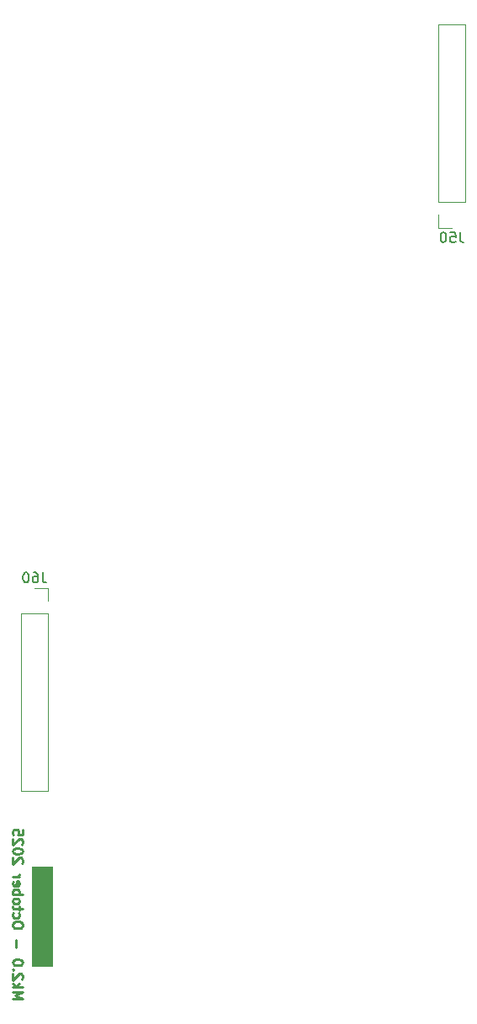
<source format=gbo>
%TF.GenerationSoftware,KiCad,Pcbnew,9.0.4*%
%TF.CreationDate,2025-10-04T20:57:18+02:00*%
%TF.ProjectId,DMH_Dual_VCA_Mk2_PCB_2,444d485f-4475-4616-9c5f-5643415f4d6b,1*%
%TF.SameCoordinates,Original*%
%TF.FileFunction,Legend,Bot*%
%TF.FilePolarity,Positive*%
%FSLAX46Y46*%
G04 Gerber Fmt 4.6, Leading zero omitted, Abs format (unit mm)*
G04 Created by KiCad (PCBNEW 9.0.4) date 2025-10-04 20:57:18*
%MOMM*%
%LPD*%
G01*
G04 APERTURE LIST*
%ADD10C,0.100000*%
%ADD11C,0.250000*%
%ADD12C,0.150000*%
%ADD13C,0.120000*%
%ADD14O,2.720000X3.240000*%
%ADD15R,1.800000X1.800000*%
%ADD16C,1.800000*%
%ADD17C,1.600000*%
%ADD18O,1.600000X1.600000*%
%ADD19O,4.000000X4.200000*%
%ADD20R,1.700000X1.700000*%
%ADD21O,1.700000X1.700000*%
G04 APERTURE END LIST*
D10*
X53750000Y-149250000D02*
X55750000Y-149250000D01*
X55750000Y-159250000D01*
X53750000Y-159250000D01*
X53750000Y-149250000D01*
G36*
X53750000Y-149250000D02*
G01*
X55750000Y-149250000D01*
X55750000Y-159250000D01*
X53750000Y-159250000D01*
X53750000Y-149250000D01*
G37*
D11*
X51800380Y-162476190D02*
X52800380Y-162476190D01*
X52800380Y-162476190D02*
X52086095Y-162142857D01*
X52086095Y-162142857D02*
X52800380Y-161809524D01*
X52800380Y-161809524D02*
X51800380Y-161809524D01*
X51800380Y-161333333D02*
X52800380Y-161333333D01*
X52181333Y-161238095D02*
X51800380Y-160952381D01*
X52467047Y-160952381D02*
X52086095Y-161333333D01*
X52705142Y-160571428D02*
X52752761Y-160523809D01*
X52752761Y-160523809D02*
X52800380Y-160428571D01*
X52800380Y-160428571D02*
X52800380Y-160190476D01*
X52800380Y-160190476D02*
X52752761Y-160095238D01*
X52752761Y-160095238D02*
X52705142Y-160047619D01*
X52705142Y-160047619D02*
X52609904Y-160000000D01*
X52609904Y-160000000D02*
X52514666Y-160000000D01*
X52514666Y-160000000D02*
X52371809Y-160047619D01*
X52371809Y-160047619D02*
X51800380Y-160619047D01*
X51800380Y-160619047D02*
X51800380Y-160000000D01*
X51895619Y-159571428D02*
X51848000Y-159523809D01*
X51848000Y-159523809D02*
X51800380Y-159571428D01*
X51800380Y-159571428D02*
X51848000Y-159619047D01*
X51848000Y-159619047D02*
X51895619Y-159571428D01*
X51895619Y-159571428D02*
X51800380Y-159571428D01*
X52800380Y-158904762D02*
X52800380Y-158809524D01*
X52800380Y-158809524D02*
X52752761Y-158714286D01*
X52752761Y-158714286D02*
X52705142Y-158666667D01*
X52705142Y-158666667D02*
X52609904Y-158619048D01*
X52609904Y-158619048D02*
X52419428Y-158571429D01*
X52419428Y-158571429D02*
X52181333Y-158571429D01*
X52181333Y-158571429D02*
X51990857Y-158619048D01*
X51990857Y-158619048D02*
X51895619Y-158666667D01*
X51895619Y-158666667D02*
X51848000Y-158714286D01*
X51848000Y-158714286D02*
X51800380Y-158809524D01*
X51800380Y-158809524D02*
X51800380Y-158904762D01*
X51800380Y-158904762D02*
X51848000Y-159000000D01*
X51848000Y-159000000D02*
X51895619Y-159047619D01*
X51895619Y-159047619D02*
X51990857Y-159095238D01*
X51990857Y-159095238D02*
X52181333Y-159142857D01*
X52181333Y-159142857D02*
X52419428Y-159142857D01*
X52419428Y-159142857D02*
X52609904Y-159095238D01*
X52609904Y-159095238D02*
X52705142Y-159047619D01*
X52705142Y-159047619D02*
X52752761Y-159000000D01*
X52752761Y-159000000D02*
X52800380Y-158904762D01*
X52181333Y-157380952D02*
X52181333Y-156619048D01*
X52800380Y-155190476D02*
X52800380Y-155000000D01*
X52800380Y-155000000D02*
X52752761Y-154904762D01*
X52752761Y-154904762D02*
X52657523Y-154809524D01*
X52657523Y-154809524D02*
X52467047Y-154761905D01*
X52467047Y-154761905D02*
X52133714Y-154761905D01*
X52133714Y-154761905D02*
X51943238Y-154809524D01*
X51943238Y-154809524D02*
X51848000Y-154904762D01*
X51848000Y-154904762D02*
X51800380Y-155000000D01*
X51800380Y-155000000D02*
X51800380Y-155190476D01*
X51800380Y-155190476D02*
X51848000Y-155285714D01*
X51848000Y-155285714D02*
X51943238Y-155380952D01*
X51943238Y-155380952D02*
X52133714Y-155428571D01*
X52133714Y-155428571D02*
X52467047Y-155428571D01*
X52467047Y-155428571D02*
X52657523Y-155380952D01*
X52657523Y-155380952D02*
X52752761Y-155285714D01*
X52752761Y-155285714D02*
X52800380Y-155190476D01*
X51848000Y-153904762D02*
X51800380Y-154000000D01*
X51800380Y-154000000D02*
X51800380Y-154190476D01*
X51800380Y-154190476D02*
X51848000Y-154285714D01*
X51848000Y-154285714D02*
X51895619Y-154333333D01*
X51895619Y-154333333D02*
X51990857Y-154380952D01*
X51990857Y-154380952D02*
X52276571Y-154380952D01*
X52276571Y-154380952D02*
X52371809Y-154333333D01*
X52371809Y-154333333D02*
X52419428Y-154285714D01*
X52419428Y-154285714D02*
X52467047Y-154190476D01*
X52467047Y-154190476D02*
X52467047Y-154000000D01*
X52467047Y-154000000D02*
X52419428Y-153904762D01*
X52467047Y-153619047D02*
X52467047Y-153238095D01*
X52800380Y-153476190D02*
X51943238Y-153476190D01*
X51943238Y-153476190D02*
X51848000Y-153428571D01*
X51848000Y-153428571D02*
X51800380Y-153333333D01*
X51800380Y-153333333D02*
X51800380Y-153238095D01*
X51800380Y-152761904D02*
X51848000Y-152857142D01*
X51848000Y-152857142D02*
X51895619Y-152904761D01*
X51895619Y-152904761D02*
X51990857Y-152952380D01*
X51990857Y-152952380D02*
X52276571Y-152952380D01*
X52276571Y-152952380D02*
X52371809Y-152904761D01*
X52371809Y-152904761D02*
X52419428Y-152857142D01*
X52419428Y-152857142D02*
X52467047Y-152761904D01*
X52467047Y-152761904D02*
X52467047Y-152619047D01*
X52467047Y-152619047D02*
X52419428Y-152523809D01*
X52419428Y-152523809D02*
X52371809Y-152476190D01*
X52371809Y-152476190D02*
X52276571Y-152428571D01*
X52276571Y-152428571D02*
X51990857Y-152428571D01*
X51990857Y-152428571D02*
X51895619Y-152476190D01*
X51895619Y-152476190D02*
X51848000Y-152523809D01*
X51848000Y-152523809D02*
X51800380Y-152619047D01*
X51800380Y-152619047D02*
X51800380Y-152761904D01*
X51800380Y-151999999D02*
X52800380Y-151999999D01*
X52419428Y-151999999D02*
X52467047Y-151904761D01*
X52467047Y-151904761D02*
X52467047Y-151714285D01*
X52467047Y-151714285D02*
X52419428Y-151619047D01*
X52419428Y-151619047D02*
X52371809Y-151571428D01*
X52371809Y-151571428D02*
X52276571Y-151523809D01*
X52276571Y-151523809D02*
X51990857Y-151523809D01*
X51990857Y-151523809D02*
X51895619Y-151571428D01*
X51895619Y-151571428D02*
X51848000Y-151619047D01*
X51848000Y-151619047D02*
X51800380Y-151714285D01*
X51800380Y-151714285D02*
X51800380Y-151904761D01*
X51800380Y-151904761D02*
X51848000Y-151999999D01*
X51848000Y-150714285D02*
X51800380Y-150809523D01*
X51800380Y-150809523D02*
X51800380Y-150999999D01*
X51800380Y-150999999D02*
X51848000Y-151095237D01*
X51848000Y-151095237D02*
X51943238Y-151142856D01*
X51943238Y-151142856D02*
X52324190Y-151142856D01*
X52324190Y-151142856D02*
X52419428Y-151095237D01*
X52419428Y-151095237D02*
X52467047Y-150999999D01*
X52467047Y-150999999D02*
X52467047Y-150809523D01*
X52467047Y-150809523D02*
X52419428Y-150714285D01*
X52419428Y-150714285D02*
X52324190Y-150666666D01*
X52324190Y-150666666D02*
X52228952Y-150666666D01*
X52228952Y-150666666D02*
X52133714Y-151142856D01*
X51800380Y-150238094D02*
X52467047Y-150238094D01*
X52276571Y-150238094D02*
X52371809Y-150190475D01*
X52371809Y-150190475D02*
X52419428Y-150142856D01*
X52419428Y-150142856D02*
X52467047Y-150047618D01*
X52467047Y-150047618D02*
X52467047Y-149952380D01*
X52705142Y-148904760D02*
X52752761Y-148857141D01*
X52752761Y-148857141D02*
X52800380Y-148761903D01*
X52800380Y-148761903D02*
X52800380Y-148523808D01*
X52800380Y-148523808D02*
X52752761Y-148428570D01*
X52752761Y-148428570D02*
X52705142Y-148380951D01*
X52705142Y-148380951D02*
X52609904Y-148333332D01*
X52609904Y-148333332D02*
X52514666Y-148333332D01*
X52514666Y-148333332D02*
X52371809Y-148380951D01*
X52371809Y-148380951D02*
X51800380Y-148952379D01*
X51800380Y-148952379D02*
X51800380Y-148333332D01*
X52800380Y-147714284D02*
X52800380Y-147619046D01*
X52800380Y-147619046D02*
X52752761Y-147523808D01*
X52752761Y-147523808D02*
X52705142Y-147476189D01*
X52705142Y-147476189D02*
X52609904Y-147428570D01*
X52609904Y-147428570D02*
X52419428Y-147380951D01*
X52419428Y-147380951D02*
X52181333Y-147380951D01*
X52181333Y-147380951D02*
X51990857Y-147428570D01*
X51990857Y-147428570D02*
X51895619Y-147476189D01*
X51895619Y-147476189D02*
X51848000Y-147523808D01*
X51848000Y-147523808D02*
X51800380Y-147619046D01*
X51800380Y-147619046D02*
X51800380Y-147714284D01*
X51800380Y-147714284D02*
X51848000Y-147809522D01*
X51848000Y-147809522D02*
X51895619Y-147857141D01*
X51895619Y-147857141D02*
X51990857Y-147904760D01*
X51990857Y-147904760D02*
X52181333Y-147952379D01*
X52181333Y-147952379D02*
X52419428Y-147952379D01*
X52419428Y-147952379D02*
X52609904Y-147904760D01*
X52609904Y-147904760D02*
X52705142Y-147857141D01*
X52705142Y-147857141D02*
X52752761Y-147809522D01*
X52752761Y-147809522D02*
X52800380Y-147714284D01*
X52705142Y-146999998D02*
X52752761Y-146952379D01*
X52752761Y-146952379D02*
X52800380Y-146857141D01*
X52800380Y-146857141D02*
X52800380Y-146619046D01*
X52800380Y-146619046D02*
X52752761Y-146523808D01*
X52752761Y-146523808D02*
X52705142Y-146476189D01*
X52705142Y-146476189D02*
X52609904Y-146428570D01*
X52609904Y-146428570D02*
X52514666Y-146428570D01*
X52514666Y-146428570D02*
X52371809Y-146476189D01*
X52371809Y-146476189D02*
X51800380Y-147047617D01*
X51800380Y-147047617D02*
X51800380Y-146428570D01*
X52800380Y-145523808D02*
X52800380Y-145999998D01*
X52800380Y-145999998D02*
X52324190Y-146047617D01*
X52324190Y-146047617D02*
X52371809Y-145999998D01*
X52371809Y-145999998D02*
X52419428Y-145904760D01*
X52419428Y-145904760D02*
X52419428Y-145666665D01*
X52419428Y-145666665D02*
X52371809Y-145571427D01*
X52371809Y-145571427D02*
X52324190Y-145523808D01*
X52324190Y-145523808D02*
X52228952Y-145476189D01*
X52228952Y-145476189D02*
X51990857Y-145476189D01*
X51990857Y-145476189D02*
X51895619Y-145523808D01*
X51895619Y-145523808D02*
X51848000Y-145571427D01*
X51848000Y-145571427D02*
X51800380Y-145666665D01*
X51800380Y-145666665D02*
X51800380Y-145904760D01*
X51800380Y-145904760D02*
X51848000Y-145999998D01*
X51848000Y-145999998D02*
X51895619Y-146047617D01*
D12*
X54809523Y-119624819D02*
X54809523Y-120339104D01*
X54809523Y-120339104D02*
X54857142Y-120481961D01*
X54857142Y-120481961D02*
X54952380Y-120577200D01*
X54952380Y-120577200D02*
X55095237Y-120624819D01*
X55095237Y-120624819D02*
X55190475Y-120624819D01*
X53904761Y-119624819D02*
X54095237Y-119624819D01*
X54095237Y-119624819D02*
X54190475Y-119672438D01*
X54190475Y-119672438D02*
X54238094Y-119720057D01*
X54238094Y-119720057D02*
X54333332Y-119862914D01*
X54333332Y-119862914D02*
X54380951Y-120053390D01*
X54380951Y-120053390D02*
X54380951Y-120434342D01*
X54380951Y-120434342D02*
X54333332Y-120529580D01*
X54333332Y-120529580D02*
X54285713Y-120577200D01*
X54285713Y-120577200D02*
X54190475Y-120624819D01*
X54190475Y-120624819D02*
X53999999Y-120624819D01*
X53999999Y-120624819D02*
X53904761Y-120577200D01*
X53904761Y-120577200D02*
X53857142Y-120529580D01*
X53857142Y-120529580D02*
X53809523Y-120434342D01*
X53809523Y-120434342D02*
X53809523Y-120196247D01*
X53809523Y-120196247D02*
X53857142Y-120101009D01*
X53857142Y-120101009D02*
X53904761Y-120053390D01*
X53904761Y-120053390D02*
X53999999Y-120005771D01*
X53999999Y-120005771D02*
X54190475Y-120005771D01*
X54190475Y-120005771D02*
X54285713Y-120053390D01*
X54285713Y-120053390D02*
X54333332Y-120101009D01*
X54333332Y-120101009D02*
X54380951Y-120196247D01*
X53190475Y-119624819D02*
X53095237Y-119624819D01*
X53095237Y-119624819D02*
X52999999Y-119672438D01*
X52999999Y-119672438D02*
X52952380Y-119720057D01*
X52952380Y-119720057D02*
X52904761Y-119815295D01*
X52904761Y-119815295D02*
X52857142Y-120005771D01*
X52857142Y-120005771D02*
X52857142Y-120243866D01*
X52857142Y-120243866D02*
X52904761Y-120434342D01*
X52904761Y-120434342D02*
X52952380Y-120529580D01*
X52952380Y-120529580D02*
X52999999Y-120577200D01*
X52999999Y-120577200D02*
X53095237Y-120624819D01*
X53095237Y-120624819D02*
X53190475Y-120624819D01*
X53190475Y-120624819D02*
X53285713Y-120577200D01*
X53285713Y-120577200D02*
X53333332Y-120529580D01*
X53333332Y-120529580D02*
X53380951Y-120434342D01*
X53380951Y-120434342D02*
X53428570Y-120243866D01*
X53428570Y-120243866D02*
X53428570Y-120005771D01*
X53428570Y-120005771D02*
X53380951Y-119815295D01*
X53380951Y-119815295D02*
X53333332Y-119720057D01*
X53333332Y-119720057D02*
X53285713Y-119672438D01*
X53285713Y-119672438D02*
X53190475Y-119624819D01*
X96809523Y-85404819D02*
X96809523Y-86119104D01*
X96809523Y-86119104D02*
X96857142Y-86261961D01*
X96857142Y-86261961D02*
X96952380Y-86357200D01*
X96952380Y-86357200D02*
X97095237Y-86404819D01*
X97095237Y-86404819D02*
X97190475Y-86404819D01*
X95857142Y-85404819D02*
X96333332Y-85404819D01*
X96333332Y-85404819D02*
X96380951Y-85881009D01*
X96380951Y-85881009D02*
X96333332Y-85833390D01*
X96333332Y-85833390D02*
X96238094Y-85785771D01*
X96238094Y-85785771D02*
X95999999Y-85785771D01*
X95999999Y-85785771D02*
X95904761Y-85833390D01*
X95904761Y-85833390D02*
X95857142Y-85881009D01*
X95857142Y-85881009D02*
X95809523Y-85976247D01*
X95809523Y-85976247D02*
X95809523Y-86214342D01*
X95809523Y-86214342D02*
X95857142Y-86309580D01*
X95857142Y-86309580D02*
X95904761Y-86357200D01*
X95904761Y-86357200D02*
X95999999Y-86404819D01*
X95999999Y-86404819D02*
X96238094Y-86404819D01*
X96238094Y-86404819D02*
X96333332Y-86357200D01*
X96333332Y-86357200D02*
X96380951Y-86309580D01*
X95190475Y-85404819D02*
X95095237Y-85404819D01*
X95095237Y-85404819D02*
X94999999Y-85452438D01*
X94999999Y-85452438D02*
X94952380Y-85500057D01*
X94952380Y-85500057D02*
X94904761Y-85595295D01*
X94904761Y-85595295D02*
X94857142Y-85785771D01*
X94857142Y-85785771D02*
X94857142Y-86023866D01*
X94857142Y-86023866D02*
X94904761Y-86214342D01*
X94904761Y-86214342D02*
X94952380Y-86309580D01*
X94952380Y-86309580D02*
X94999999Y-86357200D01*
X94999999Y-86357200D02*
X95095237Y-86404819D01*
X95095237Y-86404819D02*
X95190475Y-86404819D01*
X95190475Y-86404819D02*
X95285713Y-86357200D01*
X95285713Y-86357200D02*
X95333332Y-86309580D01*
X95333332Y-86309580D02*
X95380951Y-86214342D01*
X95380951Y-86214342D02*
X95428570Y-86023866D01*
X95428570Y-86023866D02*
X95428570Y-85785771D01*
X95428570Y-85785771D02*
X95380951Y-85595295D01*
X95380951Y-85595295D02*
X95333332Y-85500057D01*
X95333332Y-85500057D02*
X95285713Y-85452438D01*
X95285713Y-85452438D02*
X95190475Y-85404819D01*
D13*
%TO.C,J60*%
X52670000Y-123770000D02*
X52670000Y-141610000D01*
X55330000Y-121170000D02*
X54000000Y-121170000D01*
X55330000Y-122500000D02*
X55330000Y-121170000D01*
X55330000Y-123770000D02*
X52670000Y-123770000D01*
X55330000Y-123770000D02*
X55330000Y-141610000D01*
X55330000Y-141610000D02*
X52670000Y-141610000D01*
%TO.C,J50*%
X94670000Y-64510000D02*
X97330000Y-64510000D01*
X94670000Y-82350000D02*
X94670000Y-64510000D01*
X94670000Y-82350000D02*
X97330000Y-82350000D01*
X94670000Y-83620000D02*
X94670000Y-84950000D01*
X94670000Y-84950000D02*
X96000000Y-84950000D01*
X97330000Y-82350000D02*
X97330000Y-64510000D01*
%TD*%
%LPC*%
D14*
%TO.C,RV1*%
X82450000Y-71000000D03*
X92050000Y-71000000D03*
D15*
X84750000Y-78500000D03*
D16*
X87250000Y-78500000D03*
X89750000Y-78500000D03*
%TD*%
D17*
%TO.C,R21*%
X83440000Y-85250000D03*
D18*
X91060000Y-85250000D03*
%TD*%
D19*
%TO.C,RV6*%
X81450000Y-149000000D03*
D16*
X91000000Y-160000000D03*
D19*
X93050000Y-149000000D03*
D15*
X83500000Y-160000000D03*
D16*
X86000000Y-160000000D03*
X88500000Y-160000000D03*
%TD*%
D19*
%TO.C,RV2*%
X56950000Y-56000000D03*
D16*
X66500000Y-67000000D03*
D19*
X68550000Y-56000000D03*
D15*
X59000000Y-67000000D03*
D16*
X61500000Y-67000000D03*
X64000000Y-67000000D03*
%TD*%
D19*
%TO.C,RV3*%
X56950000Y-86000000D03*
D16*
X66500000Y-97000000D03*
D19*
X68550000Y-86000000D03*
D15*
X59000000Y-97000000D03*
D16*
X61500000Y-97000000D03*
X64000000Y-97000000D03*
%TD*%
D20*
%TO.C,J0*%
X55000000Y-109000000D03*
%TD*%
D14*
%TO.C,RV4*%
X57950000Y-134000000D03*
X67550000Y-134000000D03*
D15*
X60250000Y-141500000D03*
D16*
X62750000Y-141500000D03*
X65250000Y-141500000D03*
%TD*%
D19*
%TO.C,RV5*%
X81450000Y-119000000D03*
D16*
X91000000Y-130000000D03*
D19*
X93050000Y-119000000D03*
D15*
X83500000Y-130000000D03*
D16*
X86000000Y-130000000D03*
X88500000Y-130000000D03*
%TD*%
D17*
%TO.C,R40*%
X58940000Y-123500000D03*
D18*
X66560000Y-123500000D03*
%TD*%
D20*
%TO.C,J60*%
X54000000Y-122500000D03*
D21*
X54000000Y-125040000D03*
X54000000Y-127580000D03*
X54000000Y-130120000D03*
X54000000Y-132660000D03*
X54000000Y-135200000D03*
X54000000Y-137740000D03*
X54000000Y-140280000D03*
%TD*%
D20*
%TO.C,J50*%
X96000000Y-83620000D03*
D21*
X96000000Y-81080000D03*
X96000000Y-78540000D03*
X96000000Y-76000000D03*
X96000000Y-73460000D03*
X96000000Y-70920000D03*
X96000000Y-68380000D03*
X96000000Y-65840000D03*
%TD*%
%LPD*%
M02*

</source>
